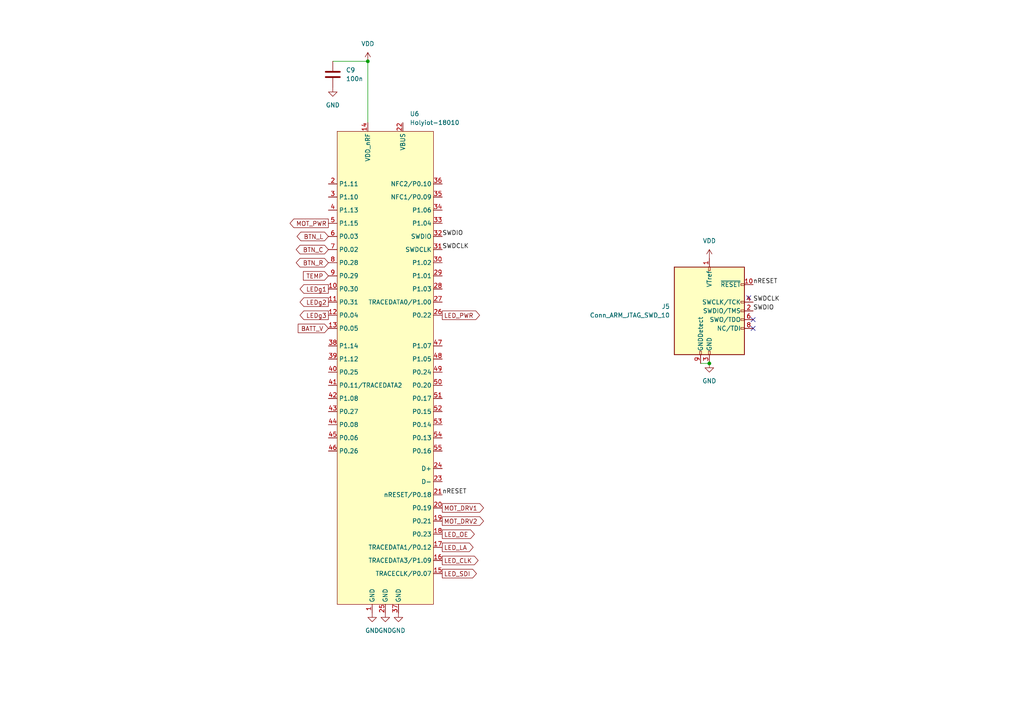
<source format=kicad_sch>
(kicad_sch (version 20231120) (generator "eeschema") (generator_version "8.0")
  (paper "A4")
  (lib_symbols
    (symbol "Connector:Conn_ARM_JTAG_SWD_10" (pin_names (offset 1.016))
      (property "Reference" "J" (at -2.54 16.51 0))
      (property "Value" "Conn_ARM_JTAG_SWD_10" (at -2.54 13.97 0))
      (symbol "Conn_ARM_JTAG_SWD_10_0_1"
        (rectangle (start -10.16 12.7) (end 10.16 -12.7) (stroke (width 0.254)) (fill (type background)))
        (rectangle (start -2.794 -12.7) (end -2.286 -11.684))
        (rectangle (start -0.254 -12.7) (end 0.254 -11.684))
        (rectangle (start -0.254 12.7) (end 0.254 11.684))
        (rectangle (start 9.144 2.286) (end 10.16 2.794))
        (rectangle (start 10.16 -2.794) (end 9.144 -2.286))
        (rectangle (start 10.16 -0.254) (end 9.144 0.254))
        (rectangle (start 10.16 7.874) (end 9.144 7.366))
      )
      (symbol "Conn_ARM_JTAG_SWD_10_1_1"
        (rectangle (start 9.144 -5.334) (end 10.16 -4.826))
        (pin power_in line (at 0 15.24 270) (length 2.54) (name "VTref") (number "1"))
        (pin open_collector line (at 12.7 7.62 180) (length 2.54) (name "~{RESET}") (number "10"))
        (pin bidirectional line (at 12.7 0 180) (length 2.54) (name "SWDIO/TMS") (number "2"))
        (pin power_in line (at 0 -15.24 90) (length 2.54) (name "GND") (number "3"))
        (pin output line (at 12.7 2.54 180) (length 2.54) (name "SWCLK/TCK") (number "4"))
        (pin passive line (at 0 -15.24 90) (length 2.54) hide (name "GND") (number "5"))
        (pin input line (at 12.7 -2.54 180) (length 2.54) (name "SWO/TDO") (number "6"))
        (pin no_connect line (at -10.16 0 0) (length 2.54) hide (name "KEY") (number "7"))
        (pin output line (at 12.7 -5.08 180) (length 2.54) (name "NC/TDI") (number "8"))
        (pin passive line (at -2.54 -15.24 90) (length 2.54) (name "GNDDetect") (number "9"))
      )
    )
    (symbol "Device:C" (pin_numbers hide) (pin_names (offset 0.254))
      (property "Reference" "C" (at 0.635 2.54 0))
      (property "Value" "C" (at 0.635 -2.54 0))
      (symbol "C_0_1"
        (polyline (pts (xy -2.032 -0.762) (xy 2.032 -0.762)) (stroke (width 0.508)))
        (polyline (pts (xy -2.032 0.762) (xy 2.032 0.762)) (stroke (width 0.508)))
      )
      (symbol "C_1_1"
        (pin passive line (at 0 3.81 270) (length 2.794) (name "~") (number "1"))
        (pin passive line (at 0 -3.81 90) (length 2.794) (name "~") (number "2"))
      )
    )
    (symbol "holyiot:Holyiot-18010"
      (property "Reference" "U" (at 10.16 0 0))
      (property "Value" "Holyiot-18010" (at -1.27 0 0))
      (symbol "Holyiot-18010_0_1"
        (rectangle (start -13.97 11.43) (end 13.97 -125.73) (fill (type background)))
      )
      (symbol "Holyiot-18010_1_1"
        (pin power_in line (at -3.81 -128.27 90) (length 2.54) (name "GND") (number "1"))
        (pin bidirectional line (at -16.51 -34.29 0) (length 2.54) (name "P0.30") (number "10"))
        (pin bidirectional line (at -16.51 -38.1 0) (length 2.54) (name "P0.31") (number "11"))
        (pin bidirectional line (at -16.51 -41.91 0) (length 2.54) (name "P0.04") (number "12"))
        (pin bidirectional line (at -16.51 -45.72 0) (length 2.54) (name "P0.05") (number "13"))
        (pin power_in line (at -5.08 13.97 270) (length 2.54) (name "VDD_nRF") (number "14"))
        (pin bidirectional line (at 16.51 -116.84 180) (length 2.54) (name "TRACECLK/P0.07") (number "15"))
        (pin bidirectional line (at 16.51 -113.03 180) (length 2.54) (name "TRACEDATA3/P1.09") (number "16"))
        (pin bidirectional line (at 16.51 -109.22 180) (length 2.54) (name "TRACEDATA1/P0.12") (number "17"))
        (pin bidirectional line (at 16.51 -105.41 180) (length 2.54) (name "P0.23") (number "18"))
        (pin bidirectional line (at 16.51 -101.6 180) (length 2.54) (name "P0.21") (number "19"))
        (pin bidirectional line (at -16.51 -3.81 0) (length 2.54) (name "P1.11") (number "2"))
        (pin bidirectional line (at 16.51 -97.79 180) (length 2.54) (name "P0.19") (number "20"))
        (pin bidirectional line (at 16.51 -93.98 180) (length 2.54) (name "nRESET/P0.18") (number "21"))
        (pin power_in line (at 5.08 13.97 270) (length 2.54) (name "VBUS") (number "22"))
        (pin bidirectional line (at 16.51 -90.17 180) (length 2.54) (name "D-") (number "23"))
        (pin bidirectional line (at 16.51 -86.36 180) (length 2.54) (name "D+") (number "24"))
        (pin power_in line (at 0 -128.27 90) (length 2.54) (name "GND") (number "25"))
        (pin bidirectional line (at 16.51 -41.91 180) (length 2.54) (name "P0.22") (number "26"))
        (pin bidirectional line (at 16.51 -38.1 180) (length 2.54) (name "TRACEDATA0/P1.00") (number "27"))
        (pin bidirectional line (at 16.51 -34.29 180) (length 2.54) (name "P1.03") (number "28"))
        (pin bidirectional line (at 16.51 -30.48 180) (length 2.54) (name "P1.01") (number "29"))
        (pin bidirectional line (at -16.51 -7.62 0) (length 2.54) (name "P1.10") (number "3"))
        (pin bidirectional line (at 16.51 -26.67 180) (length 2.54) (name "P1.02") (number "30"))
        (pin bidirectional line (at 16.51 -22.86 180) (length 2.54) (name "SWDCLK") (number "31"))
        (pin bidirectional line (at 16.51 -19.05 180) (length 2.54) (name "SWDIO") (number "32"))
        (pin bidirectional line (at 16.51 -15.24 180) (length 2.54) (name "P1.04") (number "33"))
        (pin bidirectional line (at 16.51 -11.43 180) (length 2.54) (name "P1.06") (number "34"))
        (pin bidirectional line (at 16.51 -7.62 180) (length 2.54) (name "NFC1/P0.09") (number "35"))
        (pin bidirectional line (at 16.51 -3.81 180) (length 2.54) (name "NFC2/P0.10") (number "36"))
        (pin power_in line (at 3.81 -128.27 90) (length 2.54) (name "GND") (number "37"))
        (pin bidirectional line (at -16.51 -50.8 0) (length 2.54) (name "P1.14") (number "38"))
        (pin bidirectional line (at -16.51 -54.61 0) (length 2.54) (name "P1.12") (number "39"))
        (pin bidirectional line (at -16.51 -11.43 0) (length 2.54) (name "P1.13") (number "4"))
        (pin bidirectional line (at -16.51 -58.42 0) (length 2.54) (name "P0.25") (number "40"))
        (pin bidirectional line (at -16.51 -62.23 0) (length 2.54) (name "P0.11/TRACEDATA2") (number "41"))
        (pin bidirectional line (at -16.51 -66.04 0) (length 2.54) (name "P1.08") (number "42"))
        (pin bidirectional line (at -16.51 -69.85 0) (length 2.54) (name "P0.27") (number "43"))
        (pin bidirectional line (at -16.51 -73.66 0) (length 2.54) (name "P0.08") (number "44"))
        (pin bidirectional line (at -16.51 -77.47 0) (length 2.54) (name "P0.06") (number "45"))
        (pin bidirectional line (at -16.51 -81.28 0) (length 2.54) (name "P0.26") (number "46"))
        (pin bidirectional line (at 16.51 -50.8 180) (length 2.54) (name "P1.07") (number "47"))
        (pin bidirectional line (at 16.51 -54.61 180) (length 2.54) (name "P1.05") (number "48"))
        (pin bidirectional line (at 16.51 -58.42 180) (length 2.54) (name "P0.24") (number "49"))
        (pin bidirectional line (at -16.51 -15.24 0) (length 2.54) (name "P1.15") (number "5"))
        (pin bidirectional line (at 16.51 -62.23 180) (length 2.54) (name "P0.20") (number "50"))
        (pin bidirectional line (at 16.51 -66.04 180) (length 2.54) (name "P0.17") (number "51"))
        (pin bidirectional line (at 16.51 -69.85 180) (length 2.54) (name "P0.15") (number "52"))
        (pin bidirectional line (at 16.51 -73.66 180) (length 2.54) (name "P0.14") (number "53"))
        (pin bidirectional line (at 16.51 -77.47 180) (length 2.54) (name "P0.13") (number "54"))
        (pin bidirectional line (at 16.51 -81.28 180) (length 2.54) (name "P0.16") (number "55"))
        (pin bidirectional line (at -16.51 -19.05 0) (length 2.54) (name "P0.03") (number "6"))
        (pin bidirectional line (at -16.51 -22.86 0) (length 2.54) (name "P0.02") (number "7"))
        (pin bidirectional line (at -16.51 -26.67 0) (length 2.54) (name "P0.28") (number "8"))
        (pin bidirectional line (at -16.51 -30.48 0) (length 2.54) (name "P0.29") (number "9"))
      )
    )
    (symbol "power:GND" (power) (pin_names (offset 0))
      (property "Value" "GND" (at 0 -3.81 0))
      (symbol "GND_0_1"
        (polyline (pts (xy 0 0) (xy 0 -1.27) (xy 1.27 -1.27) (xy 0 -2.54) (xy -1.27 -1.27) (xy 0 -1.27)))
      )
      (symbol "GND_1_1"
        (pin power_in line (at 0 0 270) (length 0) hide (name "GND") (number "1"))
      )
    )
    (symbol "power:VDD" (power) (pin_names (offset 0))
      (property "Value" "VDD" (at 0 3.81 0))
      (symbol "VDD_0_1"
        (polyline (pts (xy -0.762 1.27) (xy 0 2.54)))
        (polyline (pts (xy 0 0) (xy 0 2.54)))
        (polyline (pts (xy 0 2.54) (xy 0.762 1.27)))
      )
      (symbol "VDD_1_1"
        (pin power_in line (at 0 0 90) (length 0) hide (name "VDD") (number "1"))
      )
    )
  )
  (junction (at 205.74 105.41))
  (junction (at 106.68 17.78))
  (no_connect (at 218.44 95.25))
  (no_connect (at 218.44 92.71))
  (no_connect (at 217.17 86.36))
  (wire (pts (xy 96.52 17.78) (xy 106.68 17.78)))
  (wire (pts (xy 106.68 17.78) (xy 106.68 35.56)))
  (wire (pts (xy 203.2 105.41) (xy 205.74 105.41)))
  (label "nRESET" (at 128.27 143.51 0))
  (label "SWDCLK" (at 128.27 72.39 0))
  (label "SWDIO" (at 128.27 68.58 0))
  (label "nRESET" (at 218.44 82.55 0))
  (label "SWDCLK" (at 218.44 87.63 0))
  (label "SWDIO" (at 218.44 90.17 0))
  (global_label "LED_OE" (shape output) (at 128.27 154.94 0) (property "Intersheetrefs" "${INTERSHEET_REFS}" (effects (hide yes))))
  (global_label "MOT_DRV1" (shape output) (at 128.27 147.32 0) (property "Intersheetrefs" "${INTERSHEET_REFS}" (effects (hide yes))))
  (global_label "LED_PWR" (shape output) (at 128.27 91.44 0) (property "Intersheetrefs" "${INTERSHEET_REFS}" (effects (hide yes))))
  (global_label "BATT_V" (shape input) (at 95.25 95.25 180) (property "Intersheetrefs" "${INTERSHEET_REFS}" (effects (hide yes))))
  (global_label "MOT_DRV2" (shape output) (at 128.27 151.13 0) (property "Intersheetrefs" "${INTERSHEET_REFS}" (effects (hide yes))))
  (global_label "TEMP" (shape input) (at 95.25 80.01 180) (property "Intersheetrefs" "${INTERSHEET_REFS}" (effects (hide yes))))
  (global_label "LED_LA" (shape output) (at 128.27 158.75 0) (property "Intersheetrefs" "${INTERSHEET_REFS}" (effects (hide yes))))
  (global_label "MOT_PWR" (shape output) (at 95.25 64.77 180) (property "Intersheetrefs" "${INTERSHEET_REFS}" (effects (hide yes))))
  (global_label "LEDg2" (shape output) (at 95.25 87.63 180) (property "Intersheetrefs" "${INTERSHEET_REFS}" (effects (hide yes))))
  (global_label "BTN_L" (shape bidirectional) (at 95.25 68.58 180) (property "Intersheetrefs" "${INTERSHEET_REFS}" (effects (hide yes))))
  (global_label "BTN_R" (shape bidirectional) (at 95.25 76.2 180) (property "Intersheetrefs" "${INTERSHEET_REFS}" (effects (hide yes))))
  (global_label "LED_CLK" (shape output) (at 128.27 162.56 0) (property "Intersheetrefs" "${INTERSHEET_REFS}" (effects (hide yes))))
  (global_label "LEDg1" (shape output) (at 95.25 83.82 180) (property "Intersheetrefs" "${INTERSHEET_REFS}" (effects (hide yes))))
  (global_label "LEDg3" (shape output) (at 95.25 91.44 180) (property "Intersheetrefs" "${INTERSHEET_REFS}" (effects (hide yes))))
  (global_label "LED_SDI" (shape output) (at 128.27 166.37 0) (property "Intersheetrefs" "${INTERSHEET_REFS}" (effects (hide yes))))
  (global_label "BTN_C" (shape bidirectional) (at 95.25 72.39 180) (property "Intersheetrefs" "${INTERSHEET_REFS}" (effects (hide yes))))
  (symbol (lib_id "Connector:Conn_ARM_JTAG_SWD_10") (at 205.74 90.17 0) (unit 1)
    (property "Reference" "J5" (at 194.31 88.8999 0) (effects (justify right)))
    (property "Value" "Conn_ARM_JTAG_SWD_10" (at 194.31 91.4399 0) (effects (justify right)))
    (property "Footprint" "Connector:Tag-Connect_TC2050-IDC-NL_2x05_P1.27mm_Vertical" (effects (hide yes)))
    (property "Datasheet" "http://infocenter.arm.com/help/topic/com.arm.doc.ddi0314h/DDI0314H_coresight_components_trm.pdf" (effects (hide yes)))
    (property "Description" "Cortex Debug Connector, standard ARM Cortex-M SWD and JTAG interface" (effects (hide yes)))
  )
  (symbol (lib_id "power:GND") (at 115.57 177.8 0) (unit 1)
    (property "Reference" "#PWR0132" (effects (hide yes)))
    (property "Value" "GND" (at 115.57 182.88 0))
  )
  (symbol (lib_id "power:GND") (at 111.76 177.8 0) (unit 1)
    (property "Reference" "#PWR0131" (effects (hide yes)))
    (property "Value" "GND" (at 111.76 182.88 0))
  )
  (symbol (lib_id "power:GND") (at 96.52 25.4 0) (unit 1)
    (property "Reference" "#PWR0129" (effects (hide yes)))
    (property "Value" "GND" (at 96.52 30.48 0))
  )
  (symbol (lib_id "power:GND") (at 107.95 177.8 0) (unit 1)
    (property "Reference" "#PWR0130" (effects (hide yes)))
    (property "Value" "GND" (at 107.95 182.88 0))
  )
  (symbol (lib_id "power:VDD") (at 205.74 74.93 0) (unit 1)
    (property "Reference" "#PWR0134" (effects (hide yes)))
    (property "Value" "VDD" (at 205.74 69.85 0))
  )
  (symbol (lib_id "Device:C") (at 96.52 21.59 0) (unit 1)
    (property "Reference" "C9" (at 100.33 20.3199 0) (effects (justify left)))
    (property "Value" "100n" (at 100.33 22.8599 0) (effects (justify left)))
    (property "Footprint" "Capacitor_SMD:C_0603_1608Metric_Pad1.08x0.95mm_HandSolder" (effects (hide yes)))
  )
  (symbol (lib_id "holyiot:Holyiot-18010") (at 111.76 49.53 0) (unit 1)
    (property "Reference" "U6" (at 118.8594 33.02 0) (effects (justify left)))
    (property "Value" "Holyiot-18010" (at 118.8594 35.56 0) (effects (justify left)))
    (property "Footprint" "holyiot:Holyiot-18010" (effects (hide yes)))
    (property "Datasheet" "http://www.holyiot.com/tp/2019042516322180424.pdf" (effects (hide yes)))
  )
  (symbol (lib_id "power:GND") (at 205.74 105.41 0) (mirror y) (unit 1)
    (property "Reference" "#PWR0133" (effects (hide yes)))
    (property "Value" "GND" (at 205.74 110.49 0))
  )
  (symbol (lib_id "power:VDD") (at 106.68 17.78 0) (unit 1)
    (property "Reference" "#PWR0128" (effects (hide yes)))
    (property "Value" "VDD" (at 106.68 12.7 0))
  )
)
</source>
